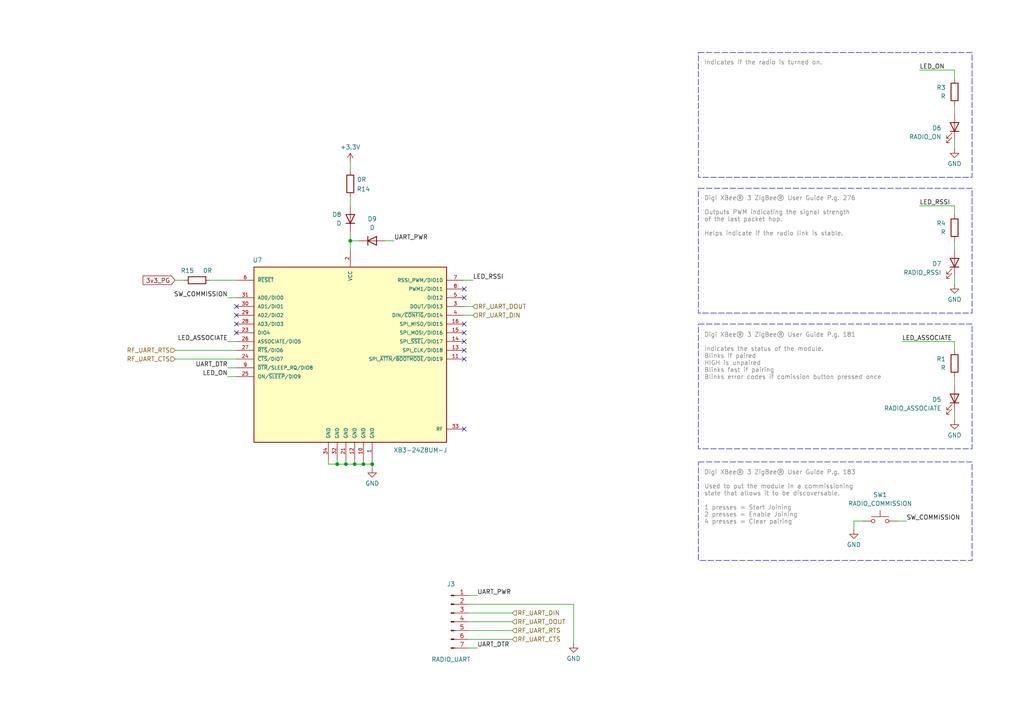
<source format=kicad_sch>
(kicad_sch (version 20250114) (generator "eeschema") (generator_version "9.0")
  (paper "A4")
  (lib_symbols
    (symbol "Connector:Conn_01x07_Pin" (pin_names (offset 1.016) (hide yes))
      (property "Reference" "J" (at 0 10.16 0))
      (property "Value" "Conn_01x07_Pin" (at 0 -10.16 0))
      (symbol "Conn_01x07_Pin_1_1"
        (rectangle (start 0.8636 7.747) (end 0 7.493) (stroke (width 0.1524)) (fill (type outline)))
        (rectangle (start 0.8636 5.207) (end 0 4.953) (stroke (width 0.1524)) (fill (type outline)))
        (rectangle (start 0.8636 2.667) (end 0 2.413) (stroke (width 0.1524)) (fill (type outline)))
        (rectangle (start 0.8636 0.127) (end 0 -0.127) (stroke (width 0.1524)) (fill (type outline)))
        (rectangle (start 0.8636 -2.413) (end 0 -2.667) (stroke (width 0.1524)) (fill (type outline)))
        (rectangle (start 0.8636 -4.953) (end 0 -5.207) (stroke (width 0.1524)) (fill (type outline)))
        (rectangle (start 0.8636 -7.493) (end 0 -7.747) (stroke (width 0.1524)) (fill (type outline)))
        (polyline (pts (xy 1.27 7.62) (xy 0.8636 7.62)) (stroke (width 0.1524)))
        (polyline (pts (xy 1.27 5.08) (xy 0.8636 5.08)) (stroke (width 0.1524)))
        (polyline (pts (xy 1.27 2.54) (xy 0.8636 2.54)) (stroke (width 0.1524)))
        (polyline (pts (xy 1.27 0) (xy 0.8636 0)) (stroke (width 0.1524)))
        (polyline (pts (xy 1.27 -2.54) (xy 0.8636 -2.54)) (stroke (width 0.1524)))
        (polyline (pts (xy 1.27 -5.08) (xy 0.8636 -5.08)) (stroke (width 0.1524)))
        (polyline (pts (xy 1.27 -7.62) (xy 0.8636 -7.62)) (stroke (width 0.1524)))
        (pin passive line (at 5.08 7.62 180) (length 3.81) (name "Pin_1") (number "1"))
        (pin passive line (at 5.08 5.08 180) (length 3.81) (name "Pin_2") (number "2"))
        (pin passive line (at 5.08 2.54 180) (length 3.81) (name "Pin_3") (number "3"))
        (pin passive line (at 5.08 0 180) (length 3.81) (name "Pin_4") (number "4"))
        (pin passive line (at 5.08 -2.54 180) (length 3.81) (name "Pin_5") (number "5"))
        (pin passive line (at 5.08 -5.08 180) (length 3.81) (name "Pin_6") (number "6"))
        (pin passive line (at 5.08 -7.62 180) (length 3.81) (name "Pin_7") (number "7"))
      )
    )
    (symbol "Device:D" (pin_numbers (hide yes)) (pin_names (offset 1.016) (hide yes))
      (property "Reference" "D" (at 0 2.54 0))
      (property "Value" "D" (at 0 -2.54 0))
      (symbol "D_0_1"
        (polyline (pts (xy -1.27 1.27) (xy -1.27 -1.27)) (stroke (width 0.254)))
        (polyline (pts (xy 1.27 1.27) (xy 1.27 -1.27) (xy -1.27 0) (xy 1.27 1.27)) (stroke (width 0.254)))
        (polyline (pts (xy 1.27 0) (xy -1.27 0)))
      )
      (symbol "D_1_1"
        (pin passive line (at -3.81 0 0) (length 2.54) (name "K") (number "1"))
        (pin passive line (at 3.81 0 180) (length 2.54) (name "A") (number "2"))
      )
    )
    (symbol "Device:LED" (pin_numbers (hide yes)) (pin_names (offset 1.016) (hide yes))
      (property "Reference" "D" (at 0 2.54 0))
      (property "Value" "LED" (at 0 -2.54 0))
      (symbol "LED_0_1"
        (polyline (pts (xy -3.048 -0.762) (xy -4.572 -2.286) (xy -3.81 -2.286) (xy -4.572 -2.286) (xy -4.572 -1.524)))
        (polyline (pts (xy -1.778 -0.762) (xy -3.302 -2.286) (xy -2.54 -2.286) (xy -3.302 -2.286) (xy -3.302 -1.524)))
        (polyline (pts (xy -1.27 0) (xy 1.27 0)))
        (polyline (pts (xy -1.27 -1.27) (xy -1.27 1.27)) (stroke (width 0.254)))
        (polyline (pts (xy 1.27 -1.27) (xy 1.27 1.27) (xy -1.27 0) (xy 1.27 -1.27)) (stroke (width 0.254)))
      )
      (symbol "LED_1_1"
        (pin passive line (at -3.81 0 0) (length 2.54) (name "K") (number "1"))
        (pin passive line (at 3.81 0 180) (length 2.54) (name "A") (number "2"))
      )
    )
    (symbol "Device:R" (pin_numbers (hide yes)) (pin_names (offset 0))
      (property "Reference" "R" (at 2.032 0 90))
      (property "Value" "R" (at 0 0 90))
      (symbol "R_0_1"
        (rectangle (start -1.016 -2.54) (end 1.016 2.54) (stroke (width 0.254)))
      )
      (symbol "R_1_1"
        (pin passive line (at 0 3.81 270) (length 1.27) (name "~") (number "1"))
        (pin passive line (at 0 -3.81 90) (length 1.27) (name "~") (number "2"))
      )
    )
    (symbol "RF_XBee:XB3-24Z8UM-J" (pin_names (offset 1.016))
      (property "Reference" "U" (at -33.02 26.035 0))
      (property "Value" "XB3-24Z8UM-J" (at -33.02 -38.1 0))
      (symbol "XB3-24Z8UM-J_0_0"
        (rectangle (start -27.94 25.4) (end 27.94 -25.4) (stroke (width 0.254)) (fill (type background)))
        (pin input line (at -33.02 21.59 0) (length 5.08) (name "~{RESET}") (number "6"))
        (pin bidirectional line (at -33.02 16.51 0) (length 5.08) (name "AD0/DIO0") (number "31"))
        (pin bidirectional line (at -33.02 13.97 0) (length 5.08) (name "AD1/DIO1") (number "30"))
        (pin bidirectional line (at -33.02 11.43 0) (length 5.08) (name "AD2/DIO2") (number "29"))
        (pin bidirectional line (at -33.02 8.89 0) (length 5.08) (name "AD3/DIO3") (number "28"))
        (pin bidirectional line (at -33.02 6.35 0) (length 5.08) (name "DIO4") (number "23"))
        (pin bidirectional line (at -33.02 3.81 0) (length 5.08) (name "ASSOCIATE/DIO5") (number "26"))
        (pin bidirectional line (at -33.02 1.27 0) (length 5.08) (name "~{RTS}/DIO6") (number "27"))
        (pin bidirectional line (at -33.02 -1.27 0) (length 5.08) (name "~{CTS}/DIO7") (number "24"))
        (pin bidirectional line (at -33.02 -3.81 0) (length 5.08) (name "~{DTR}/SLEEP_RQ/DIO8") (number "9"))
        (pin bidirectional line (at -33.02 -6.35 0) (length 5.08) (name "ON/~{SLEEP}/DIO9") (number "25"))
        (pin power_in line (at 0 30.48 270) (length 5.08) (name "VCC") (number "2"))
        (pin power_in line (at 6.35 -30.48 90) (length 5.08) (name "GND") (number "1"))
        (pin bidirectional line (at 33.02 21.59 180) (length 5.08) (name "RSSI_PWM/DIO10") (number "7"))
        (pin bidirectional line (at 33.02 19.05 180) (length 5.08) (name "PWM1/DIO11") (number "8"))
        (pin bidirectional line (at 33.02 16.51 180) (length 5.08) (name "DIO12") (number "5"))
        (pin bidirectional line (at 33.02 13.97 180) (length 5.08) (name "DOUT/DIO13") (number "3"))
        (pin bidirectional line (at 33.02 11.43 180) (length 5.08) (name "DIN/~{CONFIG}/DIO14") (number "4"))
        (pin bidirectional line (at 33.02 8.89 180) (length 5.08) (name "SPI_MISO/DIO15") (number "16"))
        (pin bidirectional line (at 33.02 6.35 180) (length 5.08) (name "SPI_MOSI/DIO16") (number "15"))
        (pin bidirectional line (at 33.02 3.81 180) (length 5.08) (name "SPI_~{SSEL}/DIO17") (number "14"))
        (pin bidirectional line (at 33.02 1.27 180) (length 5.08) (name "SPI_CLK/DIO18") (number "13"))
        (pin bidirectional line (at 33.02 -1.27 180) (length 5.08) (name "SPI_~{ATTN}/~{BOOTMODE}/DIO19") (number "11"))
        (pin bidirectional line (at 33.02 -21.59 180) (length 5.08) (name "RF") (number "33"))
      )
      (symbol "XB3-24Z8UM-J_1_0"
        (pin power_in line (at -6.35 -30.48 90) (length 5.08) (name "GND") (number "34"))
        (pin power_in line (at -3.81 -30.48 90) (length 5.08) (name "GND") (number "32"))
        (pin power_in line (at -1.27 -30.48 90) (length 5.08) (name "GND") (number "21"))
        (pin power_in line (at 1.27 -30.48 90) (length 5.08) (name "GND") (number "12"))
        (pin power_in line (at 3.81 -30.48 90) (length 5.08) (name "GND") (number "10"))
      )
    )
    (symbol "Switch:SW_Push" (pin_numbers (hide yes)) (pin_names (offset 1.016) (hide yes))
      (property "Reference" "SW" (at 1.27 2.54 0))
      (property "Value" "SW_Push" (at 0 -1.524 0))
      (symbol "SW_Push_0_1"
        (circle (center -2.032 0) (radius 0.508))
        (polyline (pts (xy 0 1.27) (xy 0 3.048)))
        (circle (center 2.032 0) (radius 0.508))
        (polyline (pts (xy 2.54 1.27) (xy -2.54 1.27)))
        (pin passive line (at -5.08 0 0) (length 2.54) (name "1") (number "1"))
        (pin passive line (at 5.08 0 180) (length 2.54) (name "2") (number "2"))
      )
    )
    (symbol "power:+3.3V" (power) (pin_numbers (hide yes)) (pin_names (offset 0) (hide yes))
      (property "Value" "+3.3V" (at 0 3.556 0))
      (symbol "+3.3V_0_1"
        (polyline (pts (xy -0.762 1.27) (xy 0 2.54)))
        (polyline (pts (xy 0 2.54) (xy 0.762 1.27)))
        (polyline (pts (xy 0 0) (xy 0 2.54)))
      )
      (symbol "+3.3V_1_1"
        (pin power_in line (at 0 0 90) (length 0) (name "~") (number "1"))
      )
    )
    (symbol "power:GND" (power) (pin_numbers (hide yes)) (pin_names (offset 0) (hide yes))
      (property "Value" "GND" (at 0 -3.81 0))
      (symbol "GND_0_1"
        (polyline (pts (xy 0 0) (xy 0 -1.27) (xy 1.27 -1.27) (xy 0 -2.54) (xy -1.27 -1.27) (xy 0 -1.27)))
      )
      (symbol "GND_1_1"
        (pin power_in line (at 0 0 270) (length 0) (name "~") (number "1"))
      )
    )
  )
  (rectangle (start 202.565 15.24) (end 281.94 51.435) (stroke (width 0) (type dash)))
  (rectangle (start 202.565 133.985) (end 281.94 162.56) (stroke (width 0) (type dash)))
  (rectangle (start 202.565 93.98) (end 281.94 130.175) (stroke (width 0) (type dash)))
  (rectangle (start 202.565 54.61) (end 281.94 90.805) (stroke (width 0) (type dash)))
  (text "Indicates if the radio is turned on." (at 204.216 17.526 0) (effects (font (size 1.27 1.27)) (justify left top)))
  (text "Digi XBee® 3 ZigBee® User Guide P.g. 183\n\nUsed to put the module in a commissioning\nstate that allows it to be discoversable.\n\n1 presses = Start Joining\n2 presses = Enable Joining\n4 presses = Clear pairing" (at 204.216 136.398 0) (effects (font (size 1.27 1.27)) (justify left top)))
  (text "Digi XBee® 3 ZigBee® User Guide P.g. 276\n\nOutputs PWM indicating the signal strength\nof the last packet hop.\n\nHelps indicate if the radio link is stable." (at 204.216 56.896 0) (effects (font (size 1.27 1.27)) (justify left top)))
  (text "Digi XBee® 3 ZigBee® User Guide P.g. 181\n\nIndicates the status of the module.\nBlinks if paired\nHIGH is unpaired\nBlinks fast if pairing\nBlinks error codes if comission button pressed once" (at 204.216 96.52 0) (effects (font (size 1.27 1.27)) (justify left top)))
  (junction (at 101.6 69.85))
  (junction (at 102.87 134.62))
  (junction (at 100.33 134.62))
  (junction (at 107.95 134.62))
  (junction (at 105.41 134.62))
  (junction (at 97.79 134.62))
  (no_connect (at 134.62 93.98))
  (no_connect (at 68.58 96.52))
  (no_connect (at 134.62 96.52))
  (no_connect (at 134.62 99.06))
  (no_connect (at 68.58 91.44))
  (no_connect (at 134.62 83.82))
  (no_connect (at 134.62 104.14))
  (no_connect (at 68.58 88.9))
  (no_connect (at 134.62 86.36))
  (no_connect (at 68.58 93.98))
  (no_connect (at 134.62 124.46))
  (no_connect (at 134.62 101.6))
  (wire (pts (xy 134.62 81.28) (xy 137.16 81.28)))
  (wire (pts (xy 276.86 30.48) (xy 276.86 33.02)))
  (wire (pts (xy 100.33 134.62) (xy 102.87 134.62)))
  (wire (pts (xy 107.95 134.62) (xy 107.95 133.35)))
  (wire (pts (xy 135.89 177.8) (xy 148.59 177.8)))
  (wire (pts (xy 95.25 134.62) (xy 97.79 134.62)))
  (wire (pts (xy 260.35 151.13) (xy 262.89 151.13)))
  (wire (pts (xy 250.19 151.13) (xy 247.65 151.13)))
  (wire (pts (xy 135.89 185.42) (xy 148.59 185.42)))
  (wire (pts (xy 135.89 182.88) (xy 148.59 182.88)))
  (wire (pts (xy 66.04 99.06) (xy 68.58 99.06)))
  (wire (pts (xy 101.6 69.85) (xy 104.14 69.85)))
  (wire (pts (xy 101.6 67.31) (xy 101.6 69.85)))
  (wire (pts (xy 261.62 99.06) (xy 276.86 99.06)))
  (wire (pts (xy 66.04 86.36) (xy 68.58 86.36)))
  (wire (pts (xy 135.89 187.96) (xy 138.43 187.96)))
  (wire (pts (xy 97.79 133.35) (xy 97.79 134.62)))
  (wire (pts (xy 166.37 175.26) (xy 166.37 186.69)))
  (wire (pts (xy 114.3 69.85) (xy 111.76 69.85)))
  (wire (pts (xy 266.7 20.32) (xy 276.86 20.32)))
  (wire (pts (xy 50.8 101.6) (xy 68.58 101.6)))
  (wire (pts (xy 276.86 80.01) (xy 276.86 82.55)))
  (wire (pts (xy 276.86 59.69) (xy 276.86 62.23)))
  (wire (pts (xy 266.7 59.69) (xy 276.86 59.69)))
  (wire (pts (xy 101.6 69.85) (xy 101.6 72.39)))
  (wire (pts (xy 276.86 40.64) (xy 276.86 43.18)))
  (wire (pts (xy 247.65 151.13) (xy 247.65 153.67)))
  (wire (pts (xy 276.86 99.06) (xy 276.86 101.6)))
  (wire (pts (xy 138.43 172.72) (xy 135.89 172.72)))
  (wire (pts (xy 101.6 57.15) (xy 101.6 59.69)))
  (wire (pts (xy 276.86 109.22) (xy 276.86 111.76)))
  (wire (pts (xy 276.86 119.38) (xy 276.86 121.92)))
  (wire (pts (xy 134.62 88.9) (xy 137.16 88.9)))
  (wire (pts (xy 97.79 134.62) (xy 100.33 134.62)))
  (wire (pts (xy 102.87 133.35) (xy 102.87 134.62)))
  (wire (pts (xy 135.89 175.26) (xy 166.37 175.26)))
  (wire (pts (xy 102.87 134.62) (xy 105.41 134.62)))
  (wire (pts (xy 105.41 134.62) (xy 107.95 134.62)))
  (wire (pts (xy 66.04 109.22) (xy 68.58 109.22)))
  (wire (pts (xy 66.04 106.68) (xy 68.58 106.68)))
  (wire (pts (xy 60.96 81.28) (xy 68.58 81.28)))
  (wire (pts (xy 50.8 81.28) (xy 53.34 81.28)))
  (wire (pts (xy 101.6 46.99) (xy 101.6 49.53)))
  (wire (pts (xy 105.41 133.35) (xy 105.41 134.62)))
  (wire (pts (xy 50.8 104.14) (xy 68.58 104.14)))
  (wire (pts (xy 95.25 133.35) (xy 95.25 134.62)))
  (wire (pts (xy 107.95 134.62) (xy 107.95 135.89)))
  (wire (pts (xy 276.86 20.32) (xy 276.86 22.86)))
  (wire (pts (xy 100.33 133.35) (xy 100.33 134.62)))
  (wire (pts (xy 276.86 69.85) (xy 276.86 72.39)))
  (wire (pts (xy 135.89 180.34) (xy 148.59 180.34)))
  (wire (pts (xy 134.62 91.44) (xy 137.16 91.44)))
  (label "LED_ON" (at 266.7 20.32 0))
  (label "SW_COMMISSION" (at 262.89 151.13 0))
  (label "UART_DTR" (at 66.04 106.68 180))
  (label "UART_PWR" (at 138.43 172.72 0))
  (label "LED_RSSI" (at 137.16 81.28 0))
  (label "LED_RSSI" (at 266.7 59.69 0))
  (label "LED_ASSOCIATE" (at 261.62 99.06 0))
  (label "SW_COMMISSION" (at 66.04 86.36 180))
  (label "UART_PWR" (at 114.3 69.85 0))
  (label "LED_ON" (at 66.04 109.22 180))
  (label "UART_DTR" (at 138.43 187.96 0))
  (label "LED_ASSOCIATE" (at 66.04 99.06 180))
  (global_label "3v3_PG" (shape input) (at 50.8 81.28 180) (property "Intersheetrefs" "${INTERSHEET_REFS}" (effects (hide yes))))
  (hierarchical_label "RF_UART_DIN" (shape input) (at 148.59 177.8 0))
  (hierarchical_label "RF_UART_RTS" (shape input) (at 148.59 182.88 0))
  (hierarchical_label "RF_UART_DIN" (shape input) (at 137.16 91.44 0))
  (hierarchical_label "RF_UART_DOUT" (shape input) (at 148.59 180.34 0))
  (hierarchical_label "RF_UART_CTS" (shape input) (at 50.8 104.14 180))
  (hierarchical_label "RF_UART_CTS" (shape input) (at 148.59 185.42 0))
  (hierarchical_label "RF_UART_RTS" (shape input) (at 50.8 101.6 180))
  (hierarchical_label "RF_UART_DOUT" (shape input) (at 137.16 88.9 0))
  (symbol (lib_id "Device:LED") (at 276.86 115.57 270) (mirror x) (unit 1)
    (property "Reference" "D5" (at 273.05 115.8874 90) (effects (justify right)))
    (property "Value" "RADIO_ASSOCIATE" (at 273.05 118.4274 90) (effects (justify right)))
    (property "Description" "Light emitting diode" (effects (hide yes)))
    (property "Sim.Pins" "1=K 2=A" (effects (hide yes)))
  )
  (symbol (lib_id "power:GND") (at 276.86 82.55 0) (unit 1)
    (property "Reference" "#PWR097" (effects (hide yes)))
    (property "Value" "GND" (at 276.86 86.868 0))
    (property "Description" "Power symbol creates a global label with name \"GND\" , ground" (effects (hide yes)))
  )
  (symbol (lib_id "Device:R") (at 101.6 53.34 0) (unit 1)
    (property "Reference" "R14" (at 105.41 54.864 0))
    (property "Value" "0R" (at 104.902 52.07 0))
    (property "Description" "Resistor" (effects (hide yes)))
  )
  (symbol (lib_id "Device:LED") (at 276.86 36.83 270) (mirror x) (unit 1)
    (property "Reference" "D6" (at 273.05 37.1474 90) (effects (justify right)))
    (property "Value" "RADIO_ON" (at 273.05 39.6874 90) (effects (justify right)))
    (property "Description" "Light emitting diode" (effects (hide yes)))
    (property "Sim.Pins" "1=K 2=A" (effects (hide yes)))
  )
  (symbol (lib_id "Device:LED") (at 276.86 76.2 270) (mirror x) (unit 1)
    (property "Reference" "D7" (at 273.05 76.5174 90) (effects (justify right)))
    (property "Value" "RADIO_RSSI" (at 273.05 79.0574 90) (effects (justify right)))
    (property "Description" "Light emitting diode" (effects (hide yes)))
    (property "Sim.Pins" "1=K 2=A" (effects (hide yes)))
  )
  (symbol (lib_id "power:GND") (at 107.95 135.89 0) (unit 1)
    (property "Reference" "#PWR087" (effects (hide yes)))
    (property "Value" "GND" (at 107.95 140.208 0))
    (property "Description" "Power symbol creates a global label with name \"GND\" , ground" (effects (hide yes)))
  )
  (symbol (lib_id "Device:R") (at 57.15 81.28 90) (unit 1)
    (property "Reference" "R15" (at 54.356 78.486 90))
    (property "Value" "0R" (at 60.198 78.486 90))
    (property "Description" "Resistor" (effects (hide yes)))
  )
  (symbol (lib_id "power:GND") (at 247.65 153.67 0) (unit 1)
    (property "Reference" "#PWR094" (effects (hide yes)))
    (property "Value" "GND" (at 247.65 157.988 0))
    (property "Description" "Power symbol creates a global label with name \"GND\" , ground" (effects (hide yes)))
  )
  (symbol (lib_id "power:GND") (at 276.86 43.18 0) (unit 1)
    (property "Reference" "#PWR091" (effects (hide yes)))
    (property "Value" "GND" (at 276.86 47.498 0))
    (property "Description" "Power symbol creates a global label with name \"GND\" , ground" (effects (hide yes)))
  )
  (symbol (lib_id "power:GND") (at 276.86 121.92 0) (unit 1)
    (property "Reference" "#PWR088" (effects (hide yes)))
    (property "Value" "GND" (at 276.86 126.238 0))
    (property "Description" "Power symbol creates a global label with name \"GND\" , ground" (effects (hide yes)))
  )
  (symbol (lib_id "Device:R") (at 276.86 105.41 0) (mirror y) (unit 1)
    (property "Reference" "R1" (at 274.32 104.1399 0) (effects (justify left)))
    (property "Value" "R" (at 274.32 106.6799 0) (effects (justify left)))
    (property "Description" "Resistor" (effects (hide yes)))
  )
  (symbol (lib_id "power:+3.3V") (at 101.6 46.99 0) (unit 1)
    (property "Reference" "#PWR093" (effects (hide yes)))
    (property "Value" "+3.3V" (at 101.6 42.672 0))
    (property "Description" "Power symbol creates a global label with name \"+3.3V\"" (effects (hide yes)))
  )
  (symbol (lib_id "RF_XBee:XB3-24Z8UM-J") (at 101.6 102.87 0) (unit 1)
    (property "Reference" "U7" (at 74.676 75.438 0))
    (property "Value" "XB3-24Z8UM-J" (at 121.92 130.556 0))
    (property "Footprint" "XB3-24Z8UM-J:XCVR_XB3-24Z8UM-J" (effects (hide yes)))
    (property "STANDARD" "Manufacturer Recommendations" (effects (hide yes)))
    (property "MANUFACTURER" "DIGI" (effects (hide yes)))
  )
  (symbol (lib_id "Device:R") (at 276.86 66.04 0) (mirror y) (unit 1)
    (property "Reference" "R4" (at 274.32 64.7699 0) (effects (justify left)))
    (property "Value" "R" (at 274.32 67.3099 0) (effects (justify left)))
    (property "Description" "Resistor" (effects (hide yes)))
  )
  (symbol (lib_id "Device:D") (at 107.95 69.85 0) (unit 1)
    (property "Reference" "D9" (at 107.95 63.5 0))
    (property "Value" "D" (at 107.95 66.04 0))
    (property "Description" "Diode" (effects (hide yes)))
    (property "Sim.Device" "D" (effects (hide yes)))
    (property "Sim.Pins" "1=K 2=A" (effects (hide yes)))
  )
  (symbol (lib_id "Connector:Conn_01x07_Pin") (at 130.81 180.34 0) (unit 1)
    (property "Reference" "J3" (at 130.81 169.418 0))
    (property "Value" "RADIO_UART" (at 130.81 191.262 0))
    (property "Description" "Generic connector, single row, 01x07, script generated" (effects (hide yes)))
  )
  (symbol (lib_id "Switch:SW_Push") (at 255.27 151.13 0) (unit 1)
    (property "Reference" "SW1" (at 255.27 143.51 0))
    (property "Value" "RADIO_COMMISSION" (at 255.27 146.05 0))
    (property "Description" "Push button switch, generic, two pins" (effects (hide yes)))
  )
  (symbol (lib_id "power:GND") (at 166.37 186.69 0) (unit 1)
    (property "Reference" "#PWR098" (effects (hide yes)))
    (property "Value" "GND" (at 166.37 191.008 0))
    (property "Description" "Power symbol creates a global label with name \"GND\" , ground" (effects (hide yes)))
  )
  (symbol (lib_id "Device:D") (at 101.6 63.5 270) (mirror x) (unit 1)
    (property "Reference" "D8" (at 99.06 62.2299 90) (effects (justify right)))
    (property "Value" "D" (at 99.06 64.7699 90) (effects (justify right)))
    (property "Description" "Diode" (effects (hide yes)))
    (property "Sim.Device" "D" (effects (hide yes)))
    (property "Sim.Pins" "1=K 2=A" (effects (hide yes)))
  )
  (symbol (lib_id "Device:R") (at 276.86 26.67 0) (mirror y) (unit 1)
    (property "Reference" "R3" (at 274.32 25.3999 0) (effects (justify left)))
    (property "Value" "R" (at 274.32 27.9399 0) (effects (justify left)))
    (property "Description" "Resistor" (effects (hide yes)))
  )
)
</source>
